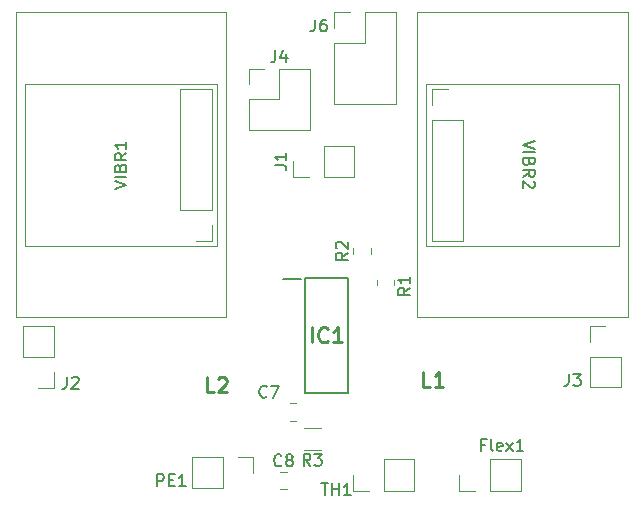
<source format=gbr>
%TF.GenerationSoftware,KiCad,Pcbnew,8.0.6-1.fc40*%
%TF.CreationDate,2024-12-02T14:58:13+01:00*%
%TF.ProjectId,PeltierDriver,50656c74-6965-4724-9472-697665722e6b,rev?*%
%TF.SameCoordinates,Original*%
%TF.FileFunction,Legend,Top*%
%TF.FilePolarity,Positive*%
%FSLAX46Y46*%
G04 Gerber Fmt 4.6, Leading zero omitted, Abs format (unit mm)*
G04 Created by KiCad (PCBNEW 8.0.6-1.fc40) date 2024-12-02 14:58:13*
%MOMM*%
%LPD*%
G01*
G04 APERTURE LIST*
%ADD10C,0.200000*%
%ADD11C,0.254000*%
%ADD12C,0.150000*%
%ADD13C,0.050000*%
%ADD14C,0.120000*%
%ADD15C,0.100000*%
G04 APERTURE END LIST*
D10*
X122152219Y-91397618D02*
X123152219Y-91064285D01*
X123152219Y-91064285D02*
X122152219Y-90730952D01*
X123152219Y-90397618D02*
X122152219Y-90397618D01*
X122628409Y-89588095D02*
X122676028Y-89445238D01*
X122676028Y-89445238D02*
X122723647Y-89397619D01*
X122723647Y-89397619D02*
X122818885Y-89350000D01*
X122818885Y-89350000D02*
X122961742Y-89350000D01*
X122961742Y-89350000D02*
X123056980Y-89397619D01*
X123056980Y-89397619D02*
X123104600Y-89445238D01*
X123104600Y-89445238D02*
X123152219Y-89540476D01*
X123152219Y-89540476D02*
X123152219Y-89921428D01*
X123152219Y-89921428D02*
X122152219Y-89921428D01*
X122152219Y-89921428D02*
X122152219Y-89588095D01*
X122152219Y-89588095D02*
X122199838Y-89492857D01*
X122199838Y-89492857D02*
X122247457Y-89445238D01*
X122247457Y-89445238D02*
X122342695Y-89397619D01*
X122342695Y-89397619D02*
X122437933Y-89397619D01*
X122437933Y-89397619D02*
X122533171Y-89445238D01*
X122533171Y-89445238D02*
X122580790Y-89492857D01*
X122580790Y-89492857D02*
X122628409Y-89588095D01*
X122628409Y-89588095D02*
X122628409Y-89921428D01*
X123152219Y-88350000D02*
X122676028Y-88683333D01*
X123152219Y-88921428D02*
X122152219Y-88921428D01*
X122152219Y-88921428D02*
X122152219Y-88540476D01*
X122152219Y-88540476D02*
X122199838Y-88445238D01*
X122199838Y-88445238D02*
X122247457Y-88397619D01*
X122247457Y-88397619D02*
X122342695Y-88350000D01*
X122342695Y-88350000D02*
X122485552Y-88350000D01*
X122485552Y-88350000D02*
X122580790Y-88397619D01*
X122580790Y-88397619D02*
X122628409Y-88445238D01*
X122628409Y-88445238D02*
X122676028Y-88540476D01*
X122676028Y-88540476D02*
X122676028Y-88921428D01*
X123152219Y-87397619D02*
X123152219Y-87969047D01*
X123152219Y-87683333D02*
X122152219Y-87683333D01*
X122152219Y-87683333D02*
X122295076Y-87778571D01*
X122295076Y-87778571D02*
X122390314Y-87873809D01*
X122390314Y-87873809D02*
X122437933Y-87969047D01*
D11*
X138860237Y-104374318D02*
X138860237Y-103104318D01*
X140190714Y-104253365D02*
X140130238Y-104313842D01*
X140130238Y-104313842D02*
X139948809Y-104374318D01*
X139948809Y-104374318D02*
X139827857Y-104374318D01*
X139827857Y-104374318D02*
X139646428Y-104313842D01*
X139646428Y-104313842D02*
X139525476Y-104192889D01*
X139525476Y-104192889D02*
X139464999Y-104071937D01*
X139464999Y-104071937D02*
X139404523Y-103830032D01*
X139404523Y-103830032D02*
X139404523Y-103648603D01*
X139404523Y-103648603D02*
X139464999Y-103406699D01*
X139464999Y-103406699D02*
X139525476Y-103285746D01*
X139525476Y-103285746D02*
X139646428Y-103164794D01*
X139646428Y-103164794D02*
X139827857Y-103104318D01*
X139827857Y-103104318D02*
X139948809Y-103104318D01*
X139948809Y-103104318D02*
X140130238Y-103164794D01*
X140130238Y-103164794D02*
X140190714Y-103225270D01*
X141400238Y-104374318D02*
X140674523Y-104374318D01*
X141037380Y-104374318D02*
X141037380Y-103104318D01*
X141037380Y-103104318D02*
X140916428Y-103285746D01*
X140916428Y-103285746D02*
X140795476Y-103406699D01*
X140795476Y-103406699D02*
X140674523Y-103467175D01*
D12*
X136283333Y-114779580D02*
X136235714Y-114827200D01*
X136235714Y-114827200D02*
X136092857Y-114874819D01*
X136092857Y-114874819D02*
X135997619Y-114874819D01*
X135997619Y-114874819D02*
X135854762Y-114827200D01*
X135854762Y-114827200D02*
X135759524Y-114731961D01*
X135759524Y-114731961D02*
X135711905Y-114636723D01*
X135711905Y-114636723D02*
X135664286Y-114446247D01*
X135664286Y-114446247D02*
X135664286Y-114303390D01*
X135664286Y-114303390D02*
X135711905Y-114112914D01*
X135711905Y-114112914D02*
X135759524Y-114017676D01*
X135759524Y-114017676D02*
X135854762Y-113922438D01*
X135854762Y-113922438D02*
X135997619Y-113874819D01*
X135997619Y-113874819D02*
X136092857Y-113874819D01*
X136092857Y-113874819D02*
X136235714Y-113922438D01*
X136235714Y-113922438D02*
X136283333Y-113970057D01*
X136854762Y-114303390D02*
X136759524Y-114255771D01*
X136759524Y-114255771D02*
X136711905Y-114208152D01*
X136711905Y-114208152D02*
X136664286Y-114112914D01*
X136664286Y-114112914D02*
X136664286Y-114065295D01*
X136664286Y-114065295D02*
X136711905Y-113970057D01*
X136711905Y-113970057D02*
X136759524Y-113922438D01*
X136759524Y-113922438D02*
X136854762Y-113874819D01*
X136854762Y-113874819D02*
X137045238Y-113874819D01*
X137045238Y-113874819D02*
X137140476Y-113922438D01*
X137140476Y-113922438D02*
X137188095Y-113970057D01*
X137188095Y-113970057D02*
X137235714Y-114065295D01*
X137235714Y-114065295D02*
X137235714Y-114112914D01*
X137235714Y-114112914D02*
X137188095Y-114208152D01*
X137188095Y-114208152D02*
X137140476Y-114255771D01*
X137140476Y-114255771D02*
X137045238Y-114303390D01*
X137045238Y-114303390D02*
X136854762Y-114303390D01*
X136854762Y-114303390D02*
X136759524Y-114351009D01*
X136759524Y-114351009D02*
X136711905Y-114398628D01*
X136711905Y-114398628D02*
X136664286Y-114493866D01*
X136664286Y-114493866D02*
X136664286Y-114684342D01*
X136664286Y-114684342D02*
X136711905Y-114779580D01*
X136711905Y-114779580D02*
X136759524Y-114827200D01*
X136759524Y-114827200D02*
X136854762Y-114874819D01*
X136854762Y-114874819D02*
X137045238Y-114874819D01*
X137045238Y-114874819D02*
X137140476Y-114827200D01*
X137140476Y-114827200D02*
X137188095Y-114779580D01*
X137188095Y-114779580D02*
X137235714Y-114684342D01*
X137235714Y-114684342D02*
X137235714Y-114493866D01*
X137235714Y-114493866D02*
X137188095Y-114398628D01*
X137188095Y-114398628D02*
X137140476Y-114351009D01*
X137140476Y-114351009D02*
X137045238Y-114303390D01*
X118116666Y-107304819D02*
X118116666Y-108019104D01*
X118116666Y-108019104D02*
X118069047Y-108161961D01*
X118069047Y-108161961D02*
X117973809Y-108257200D01*
X117973809Y-108257200D02*
X117830952Y-108304819D01*
X117830952Y-108304819D02*
X117735714Y-108304819D01*
X118545238Y-107400057D02*
X118592857Y-107352438D01*
X118592857Y-107352438D02*
X118688095Y-107304819D01*
X118688095Y-107304819D02*
X118926190Y-107304819D01*
X118926190Y-107304819D02*
X119021428Y-107352438D01*
X119021428Y-107352438D02*
X119069047Y-107400057D01*
X119069047Y-107400057D02*
X119116666Y-107495295D01*
X119116666Y-107495295D02*
X119116666Y-107590533D01*
X119116666Y-107590533D02*
X119069047Y-107733390D01*
X119069047Y-107733390D02*
X118497619Y-108304819D01*
X118497619Y-108304819D02*
X119116666Y-108304819D01*
X147154819Y-99766666D02*
X146678628Y-100099999D01*
X147154819Y-100338094D02*
X146154819Y-100338094D01*
X146154819Y-100338094D02*
X146154819Y-99957142D01*
X146154819Y-99957142D02*
X146202438Y-99861904D01*
X146202438Y-99861904D02*
X146250057Y-99814285D01*
X146250057Y-99814285D02*
X146345295Y-99766666D01*
X146345295Y-99766666D02*
X146488152Y-99766666D01*
X146488152Y-99766666D02*
X146583390Y-99814285D01*
X146583390Y-99814285D02*
X146631009Y-99861904D01*
X146631009Y-99861904D02*
X146678628Y-99957142D01*
X146678628Y-99957142D02*
X146678628Y-100338094D01*
X147154819Y-98814285D02*
X147154819Y-99385713D01*
X147154819Y-99099999D02*
X146154819Y-99099999D01*
X146154819Y-99099999D02*
X146297676Y-99195237D01*
X146297676Y-99195237D02*
X146392914Y-99290475D01*
X146392914Y-99290475D02*
X146440533Y-99385713D01*
X153521428Y-113031009D02*
X153188095Y-113031009D01*
X153188095Y-113554819D02*
X153188095Y-112554819D01*
X153188095Y-112554819D02*
X153664285Y-112554819D01*
X154188095Y-113554819D02*
X154092857Y-113507200D01*
X154092857Y-113507200D02*
X154045238Y-113411961D01*
X154045238Y-113411961D02*
X154045238Y-112554819D01*
X154950000Y-113507200D02*
X154854762Y-113554819D01*
X154854762Y-113554819D02*
X154664286Y-113554819D01*
X154664286Y-113554819D02*
X154569048Y-113507200D01*
X154569048Y-113507200D02*
X154521429Y-113411961D01*
X154521429Y-113411961D02*
X154521429Y-113031009D01*
X154521429Y-113031009D02*
X154569048Y-112935771D01*
X154569048Y-112935771D02*
X154664286Y-112888152D01*
X154664286Y-112888152D02*
X154854762Y-112888152D01*
X154854762Y-112888152D02*
X154950000Y-112935771D01*
X154950000Y-112935771D02*
X154997619Y-113031009D01*
X154997619Y-113031009D02*
X154997619Y-113126247D01*
X154997619Y-113126247D02*
X154521429Y-113221485D01*
X155330953Y-113554819D02*
X155854762Y-112888152D01*
X155330953Y-112888152D02*
X155854762Y-113554819D01*
X156759524Y-113554819D02*
X156188096Y-113554819D01*
X156473810Y-113554819D02*
X156473810Y-112554819D01*
X156473810Y-112554819D02*
X156378572Y-112697676D01*
X156378572Y-112697676D02*
X156283334Y-112792914D01*
X156283334Y-112792914D02*
X156188096Y-112840533D01*
X139664286Y-116304819D02*
X140235714Y-116304819D01*
X139950000Y-117304819D02*
X139950000Y-116304819D01*
X140569048Y-117304819D02*
X140569048Y-116304819D01*
X140569048Y-116781009D02*
X141140476Y-116781009D01*
X141140476Y-117304819D02*
X141140476Y-116304819D01*
X142140476Y-117304819D02*
X141569048Y-117304819D01*
X141854762Y-117304819D02*
X141854762Y-116304819D01*
X141854762Y-116304819D02*
X141759524Y-116447676D01*
X141759524Y-116447676D02*
X141664286Y-116542914D01*
X141664286Y-116542914D02*
X141569048Y-116590533D01*
X135761666Y-79649819D02*
X135761666Y-80364104D01*
X135761666Y-80364104D02*
X135714047Y-80506961D01*
X135714047Y-80506961D02*
X135618809Y-80602200D01*
X135618809Y-80602200D02*
X135475952Y-80649819D01*
X135475952Y-80649819D02*
X135380714Y-80649819D01*
X136666428Y-79983152D02*
X136666428Y-80649819D01*
X136428333Y-79602200D02*
X136190238Y-80316485D01*
X136190238Y-80316485D02*
X136809285Y-80316485D01*
D11*
X130576333Y-108599318D02*
X129971571Y-108599318D01*
X129971571Y-108599318D02*
X129971571Y-107329318D01*
X130939190Y-107450270D02*
X130999666Y-107389794D01*
X130999666Y-107389794D02*
X131120619Y-107329318D01*
X131120619Y-107329318D02*
X131423000Y-107329318D01*
X131423000Y-107329318D02*
X131543952Y-107389794D01*
X131543952Y-107389794D02*
X131604428Y-107450270D01*
X131604428Y-107450270D02*
X131664905Y-107571222D01*
X131664905Y-107571222D02*
X131664905Y-107692175D01*
X131664905Y-107692175D02*
X131604428Y-107873603D01*
X131604428Y-107873603D02*
X130878714Y-108599318D01*
X130878714Y-108599318D02*
X131664905Y-108599318D01*
D12*
X135033333Y-108959580D02*
X134985714Y-109007200D01*
X134985714Y-109007200D02*
X134842857Y-109054819D01*
X134842857Y-109054819D02*
X134747619Y-109054819D01*
X134747619Y-109054819D02*
X134604762Y-109007200D01*
X134604762Y-109007200D02*
X134509524Y-108911961D01*
X134509524Y-108911961D02*
X134461905Y-108816723D01*
X134461905Y-108816723D02*
X134414286Y-108626247D01*
X134414286Y-108626247D02*
X134414286Y-108483390D01*
X134414286Y-108483390D02*
X134461905Y-108292914D01*
X134461905Y-108292914D02*
X134509524Y-108197676D01*
X134509524Y-108197676D02*
X134604762Y-108102438D01*
X134604762Y-108102438D02*
X134747619Y-108054819D01*
X134747619Y-108054819D02*
X134842857Y-108054819D01*
X134842857Y-108054819D02*
X134985714Y-108102438D01*
X134985714Y-108102438D02*
X135033333Y-108150057D01*
X135366667Y-108054819D02*
X136033333Y-108054819D01*
X136033333Y-108054819D02*
X135604762Y-109054819D01*
X139116666Y-77054819D02*
X139116666Y-77769104D01*
X139116666Y-77769104D02*
X139069047Y-77911961D01*
X139069047Y-77911961D02*
X138973809Y-78007200D01*
X138973809Y-78007200D02*
X138830952Y-78054819D01*
X138830952Y-78054819D02*
X138735714Y-78054819D01*
X140021428Y-77054819D02*
X139830952Y-77054819D01*
X139830952Y-77054819D02*
X139735714Y-77102438D01*
X139735714Y-77102438D02*
X139688095Y-77150057D01*
X139688095Y-77150057D02*
X139592857Y-77292914D01*
X139592857Y-77292914D02*
X139545238Y-77483390D01*
X139545238Y-77483390D02*
X139545238Y-77864342D01*
X139545238Y-77864342D02*
X139592857Y-77959580D01*
X139592857Y-77959580D02*
X139640476Y-78007200D01*
X139640476Y-78007200D02*
X139735714Y-78054819D01*
X139735714Y-78054819D02*
X139926190Y-78054819D01*
X139926190Y-78054819D02*
X140021428Y-78007200D01*
X140021428Y-78007200D02*
X140069047Y-77959580D01*
X140069047Y-77959580D02*
X140116666Y-77864342D01*
X140116666Y-77864342D02*
X140116666Y-77626247D01*
X140116666Y-77626247D02*
X140069047Y-77531009D01*
X140069047Y-77531009D02*
X140021428Y-77483390D01*
X140021428Y-77483390D02*
X139926190Y-77435771D01*
X139926190Y-77435771D02*
X139735714Y-77435771D01*
X139735714Y-77435771D02*
X139640476Y-77483390D01*
X139640476Y-77483390D02*
X139592857Y-77531009D01*
X139592857Y-77531009D02*
X139545238Y-77626247D01*
X125759524Y-116554819D02*
X125759524Y-115554819D01*
X125759524Y-115554819D02*
X126140476Y-115554819D01*
X126140476Y-115554819D02*
X126235714Y-115602438D01*
X126235714Y-115602438D02*
X126283333Y-115650057D01*
X126283333Y-115650057D02*
X126330952Y-115745295D01*
X126330952Y-115745295D02*
X126330952Y-115888152D01*
X126330952Y-115888152D02*
X126283333Y-115983390D01*
X126283333Y-115983390D02*
X126235714Y-116031009D01*
X126235714Y-116031009D02*
X126140476Y-116078628D01*
X126140476Y-116078628D02*
X125759524Y-116078628D01*
X126759524Y-116031009D02*
X127092857Y-116031009D01*
X127235714Y-116554819D02*
X126759524Y-116554819D01*
X126759524Y-116554819D02*
X126759524Y-115554819D01*
X126759524Y-115554819D02*
X127235714Y-115554819D01*
X128188095Y-116554819D02*
X127616667Y-116554819D01*
X127902381Y-116554819D02*
X127902381Y-115554819D01*
X127902381Y-115554819D02*
X127807143Y-115697676D01*
X127807143Y-115697676D02*
X127711905Y-115792914D01*
X127711905Y-115792914D02*
X127616667Y-115840533D01*
D10*
X157747780Y-87302381D02*
X156747780Y-87635714D01*
X156747780Y-87635714D02*
X157747780Y-87969047D01*
X156747780Y-88302381D02*
X157747780Y-88302381D01*
X157271590Y-89111904D02*
X157223971Y-89254761D01*
X157223971Y-89254761D02*
X157176352Y-89302380D01*
X157176352Y-89302380D02*
X157081114Y-89349999D01*
X157081114Y-89349999D02*
X156938257Y-89349999D01*
X156938257Y-89349999D02*
X156843019Y-89302380D01*
X156843019Y-89302380D02*
X156795400Y-89254761D01*
X156795400Y-89254761D02*
X156747780Y-89159523D01*
X156747780Y-89159523D02*
X156747780Y-88778571D01*
X156747780Y-88778571D02*
X157747780Y-88778571D01*
X157747780Y-88778571D02*
X157747780Y-89111904D01*
X157747780Y-89111904D02*
X157700161Y-89207142D01*
X157700161Y-89207142D02*
X157652542Y-89254761D01*
X157652542Y-89254761D02*
X157557304Y-89302380D01*
X157557304Y-89302380D02*
X157462066Y-89302380D01*
X157462066Y-89302380D02*
X157366828Y-89254761D01*
X157366828Y-89254761D02*
X157319209Y-89207142D01*
X157319209Y-89207142D02*
X157271590Y-89111904D01*
X157271590Y-89111904D02*
X157271590Y-88778571D01*
X156747780Y-90349999D02*
X157223971Y-90016666D01*
X156747780Y-89778571D02*
X157747780Y-89778571D01*
X157747780Y-89778571D02*
X157747780Y-90159523D01*
X157747780Y-90159523D02*
X157700161Y-90254761D01*
X157700161Y-90254761D02*
X157652542Y-90302380D01*
X157652542Y-90302380D02*
X157557304Y-90349999D01*
X157557304Y-90349999D02*
X157414447Y-90349999D01*
X157414447Y-90349999D02*
X157319209Y-90302380D01*
X157319209Y-90302380D02*
X157271590Y-90254761D01*
X157271590Y-90254761D02*
X157223971Y-90159523D01*
X157223971Y-90159523D02*
X157223971Y-89778571D01*
X157652542Y-90730952D02*
X157700161Y-90778571D01*
X157700161Y-90778571D02*
X157747780Y-90873809D01*
X157747780Y-90873809D02*
X157747780Y-91111904D01*
X157747780Y-91111904D02*
X157700161Y-91207142D01*
X157700161Y-91207142D02*
X157652542Y-91254761D01*
X157652542Y-91254761D02*
X157557304Y-91302380D01*
X157557304Y-91302380D02*
X157462066Y-91302380D01*
X157462066Y-91302380D02*
X157319209Y-91254761D01*
X157319209Y-91254761D02*
X156747780Y-90683333D01*
X156747780Y-90683333D02*
X156747780Y-91302380D01*
D12*
X135699819Y-89383333D02*
X136414104Y-89383333D01*
X136414104Y-89383333D02*
X136556961Y-89430952D01*
X136556961Y-89430952D02*
X136652200Y-89526190D01*
X136652200Y-89526190D02*
X136699819Y-89669047D01*
X136699819Y-89669047D02*
X136699819Y-89764285D01*
X136699819Y-88383333D02*
X136699819Y-88954761D01*
X136699819Y-88669047D02*
X135699819Y-88669047D01*
X135699819Y-88669047D02*
X135842676Y-88764285D01*
X135842676Y-88764285D02*
X135937914Y-88859523D01*
X135937914Y-88859523D02*
X135985533Y-88954761D01*
X138733333Y-114824819D02*
X138400000Y-114348628D01*
X138161905Y-114824819D02*
X138161905Y-113824819D01*
X138161905Y-113824819D02*
X138542857Y-113824819D01*
X138542857Y-113824819D02*
X138638095Y-113872438D01*
X138638095Y-113872438D02*
X138685714Y-113920057D01*
X138685714Y-113920057D02*
X138733333Y-114015295D01*
X138733333Y-114015295D02*
X138733333Y-114158152D01*
X138733333Y-114158152D02*
X138685714Y-114253390D01*
X138685714Y-114253390D02*
X138638095Y-114301009D01*
X138638095Y-114301009D02*
X138542857Y-114348628D01*
X138542857Y-114348628D02*
X138161905Y-114348628D01*
X139066667Y-113824819D02*
X139685714Y-113824819D01*
X139685714Y-113824819D02*
X139352381Y-114205771D01*
X139352381Y-114205771D02*
X139495238Y-114205771D01*
X139495238Y-114205771D02*
X139590476Y-114253390D01*
X139590476Y-114253390D02*
X139638095Y-114301009D01*
X139638095Y-114301009D02*
X139685714Y-114396247D01*
X139685714Y-114396247D02*
X139685714Y-114634342D01*
X139685714Y-114634342D02*
X139638095Y-114729580D01*
X139638095Y-114729580D02*
X139590476Y-114777200D01*
X139590476Y-114777200D02*
X139495238Y-114824819D01*
X139495238Y-114824819D02*
X139209524Y-114824819D01*
X139209524Y-114824819D02*
X139114286Y-114777200D01*
X139114286Y-114777200D02*
X139066667Y-114729580D01*
X141891682Y-96806359D02*
X141415491Y-97139692D01*
X141891682Y-97377787D02*
X140891682Y-97377787D01*
X140891682Y-97377787D02*
X140891682Y-96996835D01*
X140891682Y-96996835D02*
X140939301Y-96901597D01*
X140939301Y-96901597D02*
X140986920Y-96853978D01*
X140986920Y-96853978D02*
X141082158Y-96806359D01*
X141082158Y-96806359D02*
X141225015Y-96806359D01*
X141225015Y-96806359D02*
X141320253Y-96853978D01*
X141320253Y-96853978D02*
X141367872Y-96901597D01*
X141367872Y-96901597D02*
X141415491Y-96996835D01*
X141415491Y-96996835D02*
X141415491Y-97377787D01*
X140986920Y-96425406D02*
X140939301Y-96377787D01*
X140939301Y-96377787D02*
X140891682Y-96282549D01*
X140891682Y-96282549D02*
X140891682Y-96044454D01*
X140891682Y-96044454D02*
X140939301Y-95949216D01*
X140939301Y-95949216D02*
X140986920Y-95901597D01*
X140986920Y-95901597D02*
X141082158Y-95853978D01*
X141082158Y-95853978D02*
X141177396Y-95853978D01*
X141177396Y-95853978D02*
X141320253Y-95901597D01*
X141320253Y-95901597D02*
X141891682Y-96473025D01*
X141891682Y-96473025D02*
X141891682Y-95853978D01*
X160616666Y-107054819D02*
X160616666Y-107769104D01*
X160616666Y-107769104D02*
X160569047Y-107911961D01*
X160569047Y-107911961D02*
X160473809Y-108007200D01*
X160473809Y-108007200D02*
X160330952Y-108054819D01*
X160330952Y-108054819D02*
X160235714Y-108054819D01*
X160997619Y-107054819D02*
X161616666Y-107054819D01*
X161616666Y-107054819D02*
X161283333Y-107435771D01*
X161283333Y-107435771D02*
X161426190Y-107435771D01*
X161426190Y-107435771D02*
X161521428Y-107483390D01*
X161521428Y-107483390D02*
X161569047Y-107531009D01*
X161569047Y-107531009D02*
X161616666Y-107626247D01*
X161616666Y-107626247D02*
X161616666Y-107864342D01*
X161616666Y-107864342D02*
X161569047Y-107959580D01*
X161569047Y-107959580D02*
X161521428Y-108007200D01*
X161521428Y-108007200D02*
X161426190Y-108054819D01*
X161426190Y-108054819D02*
X161140476Y-108054819D01*
X161140476Y-108054819D02*
X161045238Y-108007200D01*
X161045238Y-108007200D02*
X160997619Y-107959580D01*
D11*
X148888333Y-108124318D02*
X148283571Y-108124318D01*
X148283571Y-108124318D02*
X148283571Y-106854318D01*
X149976905Y-108124318D02*
X149251190Y-108124318D01*
X149614047Y-108124318D02*
X149614047Y-106854318D01*
X149614047Y-106854318D02*
X149493095Y-107035746D01*
X149493095Y-107035746D02*
X149372143Y-107156699D01*
X149372143Y-107156699D02*
X149251190Y-107217175D01*
D13*
%TO.C,VIBR1*%
X114550000Y-82480000D02*
X114550000Y-96230000D01*
X114550000Y-96230000D02*
X130850000Y-96230000D01*
D14*
X127720000Y-93160000D02*
X127720000Y-82940000D01*
X130380000Y-82940000D02*
X127720000Y-82940000D01*
X130380000Y-93160000D02*
X127720000Y-93160000D01*
X130380000Y-93160000D02*
X130380000Y-82940000D01*
X130380000Y-94430000D02*
X130380000Y-95760000D01*
X130380000Y-95760000D02*
X129050000Y-95760000D01*
D13*
X130850000Y-82480000D02*
X114550000Y-82480000D01*
X130850000Y-96230000D02*
X130850000Y-82480000D01*
D15*
X113800000Y-102250000D02*
X131600000Y-102250000D01*
X131600000Y-76450000D01*
X113800000Y-76450000D01*
X113800000Y-102250000D01*
D10*
%TO.C,IC1*%
X136425000Y-99000000D02*
X137900000Y-99000000D01*
X138250000Y-98950000D02*
X141950000Y-98950000D01*
X138250000Y-108650000D02*
X138250000Y-98950000D01*
X141950000Y-98950000D02*
X141950000Y-108650000D01*
X141950000Y-108650000D02*
X138250000Y-108650000D01*
D14*
%TO.C,C8*%
X136188748Y-115365000D02*
X136711252Y-115365000D01*
X136188748Y-116835000D02*
X136711252Y-116835000D01*
%TO.C,J2*%
X114370000Y-105605000D02*
X114370000Y-103005000D01*
X117030000Y-103005000D02*
X114370000Y-103005000D01*
X117030000Y-105605000D02*
X114370000Y-105605000D01*
X117030000Y-105605000D02*
X117030000Y-103005000D01*
X117030000Y-106875000D02*
X117030000Y-108205000D01*
X117030000Y-108205000D02*
X115700000Y-108205000D01*
%TO.C,R1*%
X144365000Y-99527064D02*
X144365000Y-99072936D01*
X145835000Y-99527064D02*
X145835000Y-99072936D01*
%TO.C,Flex1*%
X151345000Y-116930000D02*
X151345000Y-115600000D01*
X152675000Y-116930000D02*
X151345000Y-116930000D01*
X153945000Y-114270000D02*
X156545000Y-114270000D01*
X153945000Y-116930000D02*
X153945000Y-114270000D01*
X153945000Y-116930000D02*
X156545000Y-116930000D01*
X156545000Y-116930000D02*
X156545000Y-114270000D01*
%TO.C,TH1*%
X142345000Y-116930000D02*
X142345000Y-115600000D01*
X143675000Y-116930000D02*
X142345000Y-116930000D01*
X144945000Y-114270000D02*
X147545000Y-114270000D01*
X144945000Y-116930000D02*
X144945000Y-114270000D01*
X144945000Y-116930000D02*
X147545000Y-116930000D01*
X147545000Y-116930000D02*
X147545000Y-114270000D01*
%TO.C,J4*%
X133495000Y-81195000D02*
X134825000Y-81195000D01*
X133495000Y-82525000D02*
X133495000Y-81195000D01*
X133495000Y-83795000D02*
X133495000Y-86395000D01*
X133495000Y-83795000D02*
X136095000Y-83795000D01*
X133495000Y-86395000D02*
X138695000Y-86395000D01*
X136095000Y-81195000D02*
X138695000Y-81195000D01*
X136095000Y-83795000D02*
X136095000Y-81195000D01*
X138695000Y-81195000D02*
X138695000Y-86395000D01*
%TO.C,C7*%
X137026748Y-109540000D02*
X137549252Y-109540000D01*
X137026748Y-111010000D02*
X137549252Y-111010000D01*
%TO.C,J6*%
X140745000Y-76445000D02*
X142075000Y-76445000D01*
X140745000Y-77775000D02*
X140745000Y-76445000D01*
X140745000Y-79045000D02*
X140745000Y-84185000D01*
X140745000Y-79045000D02*
X143345000Y-79045000D01*
X140745000Y-84185000D02*
X145945000Y-84185000D01*
X143345000Y-76445000D02*
X145945000Y-76445000D01*
X143345000Y-79045000D02*
X143345000Y-76445000D01*
X145945000Y-76445000D02*
X145945000Y-84185000D01*
%TO.C,PE1*%
X128705000Y-114070000D02*
X128705000Y-116730000D01*
X131305000Y-114070000D02*
X128705000Y-114070000D01*
X131305000Y-114070000D02*
X131305000Y-116730000D01*
X131305000Y-116730000D02*
X128705000Y-116730000D01*
X132575000Y-114070000D02*
X133905000Y-114070000D01*
X133905000Y-114070000D02*
X133905000Y-115400000D01*
D13*
%TO.C,VIBR2*%
X148550000Y-82470000D02*
X148550000Y-96220000D01*
X148550000Y-96220000D02*
X164850000Y-96220000D01*
D14*
X149020000Y-82940000D02*
X150350000Y-82940000D01*
X149020000Y-84270000D02*
X149020000Y-82940000D01*
X149020000Y-85540000D02*
X149020000Y-95760000D01*
X149020000Y-85540000D02*
X151680000Y-85540000D01*
X149020000Y-95760000D02*
X151680000Y-95760000D01*
X151680000Y-85540000D02*
X151680000Y-95760000D01*
D13*
X164850000Y-82470000D02*
X148550000Y-82470000D01*
X164850000Y-96220000D02*
X164850000Y-82470000D01*
D15*
X165600000Y-76450000D02*
X147800000Y-76450000D01*
X147800000Y-102250000D01*
X165600000Y-102250000D01*
X165600000Y-76450000D01*
D14*
%TO.C,J1*%
X137245000Y-90380000D02*
X137245000Y-89050000D01*
X138575000Y-90380000D02*
X137245000Y-90380000D01*
X139845000Y-87720000D02*
X142445000Y-87720000D01*
X139845000Y-90380000D02*
X139845000Y-87720000D01*
X139845000Y-90380000D02*
X142445000Y-90380000D01*
X142445000Y-90380000D02*
X142445000Y-87720000D01*
%TO.C,R3*%
X139627064Y-111640000D02*
X138172936Y-111640000D01*
X139627064Y-113460000D02*
X138172936Y-113460000D01*
%TO.C,R2*%
X142351863Y-96866757D02*
X142351863Y-96412629D01*
X143821863Y-96866757D02*
X143821863Y-96412629D01*
%TO.C,J3*%
X162370000Y-102995000D02*
X163700000Y-102995000D01*
X162370000Y-104325000D02*
X162370000Y-102995000D01*
X162370000Y-105595000D02*
X162370000Y-108195000D01*
X162370000Y-105595000D02*
X165030000Y-105595000D01*
X162370000Y-108195000D02*
X165030000Y-108195000D01*
X165030000Y-105595000D02*
X165030000Y-108195000D01*
%TD*%
M02*

</source>
